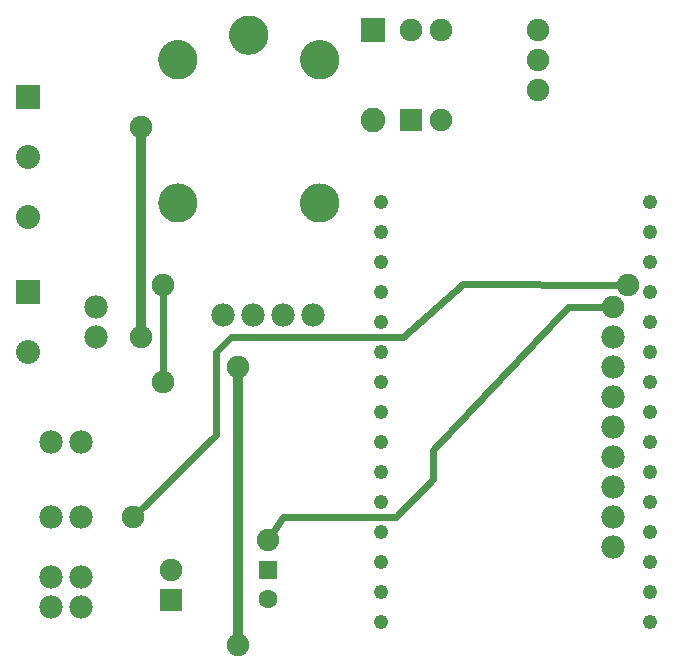
<source format=gtl>
G04 MADE WITH FRITZING*
G04 WWW.FRITZING.ORG*
G04 DOUBLE SIDED*
G04 HOLES PLATED*
G04 CONTOUR ON CENTER OF CONTOUR VECTOR*
%ASAXBY*%
%FSLAX23Y23*%
%MOIN*%
%OFA0B0*%
%SFA1.0B1.0*%
%ADD10C,0.047859*%
%ADD11C,0.080000*%
%ADD12C,0.078000*%
%ADD13C,0.129921*%
%ADD14C,0.082000*%
%ADD15C,0.075000*%
%ADD16C,0.062992*%
%ADD17C,0.075433*%
%ADD18R,0.079986X0.080000*%
%ADD19R,0.082000X0.082000*%
%ADD20R,0.080000X0.080000*%
%ADD21R,0.075000X0.075000*%
%ADD22R,0.062992X0.062992*%
%ADD23C,0.024000*%
%ADD24C,0.032000*%
%ADD25R,0.001000X0.001000*%
%LNCOPPER1*%
G90*
G70*
G54D10*
X2178Y1498D03*
X1281Y1698D03*
X1281Y1598D03*
X1281Y1498D03*
X1281Y1398D03*
X1281Y1298D03*
X2178Y1598D03*
X2178Y1698D03*
X2178Y1398D03*
X1281Y1198D03*
X1281Y1098D03*
X1281Y999D03*
X1281Y899D03*
X1281Y799D03*
X1281Y699D03*
X1281Y599D03*
X1281Y499D03*
X1281Y400D03*
X1281Y300D03*
X2178Y999D03*
X2178Y899D03*
X2178Y799D03*
X2178Y699D03*
X2178Y599D03*
X2178Y499D03*
X2178Y400D03*
X2178Y300D03*
X2178Y1298D03*
X2178Y1198D03*
X2178Y1098D03*
G54D11*
X106Y1399D03*
X106Y1199D03*
G54D12*
X331Y1249D03*
X331Y1349D03*
G54D13*
X842Y2255D03*
X606Y2174D03*
X606Y1696D03*
X1078Y2174D03*
X1078Y1696D03*
G54D14*
X1256Y2272D03*
X1256Y1974D03*
G54D11*
X106Y1849D03*
X106Y1649D03*
X106Y2049D03*
G54D15*
X1381Y1974D03*
X1381Y2274D03*
X1481Y1974D03*
X1481Y2274D03*
G54D12*
X1056Y1324D03*
X956Y1324D03*
X856Y1324D03*
X756Y1324D03*
G54D15*
X581Y374D03*
X581Y474D03*
G54D12*
X181Y349D03*
X281Y349D03*
X181Y349D03*
X281Y349D03*
X281Y449D03*
X181Y449D03*
X281Y899D03*
X281Y899D03*
X181Y899D03*
X281Y649D03*
X181Y649D03*
X2056Y1249D03*
X2056Y1149D03*
X2056Y1049D03*
X2056Y949D03*
X2056Y849D03*
X2056Y749D03*
X2056Y649D03*
X2056Y549D03*
G54D16*
X906Y474D03*
X906Y376D03*
G54D17*
X806Y224D03*
X806Y1149D03*
X456Y649D03*
X2106Y1424D03*
X906Y574D03*
X2056Y1349D03*
X556Y1099D03*
X481Y1249D03*
X481Y1949D03*
X556Y1424D03*
G54D15*
X1806Y2274D03*
X1806Y2174D03*
X1806Y2074D03*
G54D18*
X106Y1399D03*
G54D19*
X1256Y2273D03*
G54D20*
X106Y2049D03*
G54D21*
X1381Y1974D03*
X581Y374D03*
G54D22*
X906Y474D03*
G54D23*
X1456Y874D02*
X1906Y1349D01*
D02*
X1456Y775D02*
X1456Y874D01*
D02*
X781Y1250D02*
X1355Y1249D01*
D02*
X1355Y1249D02*
X1557Y1425D01*
D02*
X1557Y1425D02*
X2077Y1424D01*
D02*
X731Y1200D02*
X781Y1250D01*
D02*
X731Y924D02*
X731Y1200D01*
D02*
X476Y670D02*
X731Y924D01*
D02*
X955Y650D02*
X1331Y649D01*
D02*
X922Y598D02*
X955Y650D01*
D02*
X1331Y649D02*
X1456Y775D01*
D02*
X1906Y1349D02*
X2027Y1349D01*
G54D24*
D02*
X806Y259D02*
X806Y1115D01*
G54D23*
D02*
X556Y1395D02*
X556Y1128D01*
G54D24*
D02*
X481Y1284D02*
X481Y1915D01*
G54D25*
X839Y2320D02*
X844Y2320D01*
X831Y2319D02*
X852Y2319D01*
X826Y2318D02*
X857Y2318D01*
X822Y2317D02*
X861Y2317D01*
X819Y2316D02*
X864Y2316D01*
X817Y2315D02*
X866Y2315D01*
X815Y2314D02*
X868Y2314D01*
X813Y2313D02*
X870Y2313D01*
X811Y2312D02*
X872Y2312D01*
X809Y2311D02*
X874Y2311D01*
X807Y2310D02*
X876Y2310D01*
X806Y2309D02*
X877Y2309D01*
X804Y2308D02*
X879Y2308D01*
X803Y2307D02*
X880Y2307D01*
X802Y2306D02*
X881Y2306D01*
X800Y2305D02*
X883Y2305D01*
X799Y2304D02*
X884Y2304D01*
X798Y2303D02*
X885Y2303D01*
X797Y2302D02*
X886Y2302D01*
X796Y2301D02*
X887Y2301D01*
X795Y2300D02*
X888Y2300D01*
X794Y2299D02*
X889Y2299D01*
X793Y2298D02*
X890Y2298D01*
X792Y2297D02*
X891Y2297D01*
X792Y2296D02*
X891Y2296D01*
X791Y2295D02*
X892Y2295D01*
X790Y2294D02*
X893Y2294D01*
X789Y2293D02*
X894Y2293D01*
X789Y2292D02*
X894Y2292D01*
X788Y2291D02*
X895Y2291D01*
X787Y2290D02*
X896Y2290D01*
X787Y2289D02*
X896Y2289D01*
X786Y2288D02*
X897Y2288D01*
X785Y2287D02*
X898Y2287D01*
X785Y2286D02*
X898Y2286D01*
X784Y2285D02*
X899Y2285D01*
X784Y2284D02*
X899Y2284D01*
X783Y2283D02*
X900Y2283D01*
X783Y2282D02*
X900Y2282D01*
X782Y2281D02*
X901Y2281D01*
X782Y2280D02*
X834Y2280D01*
X849Y2280D02*
X901Y2280D01*
X782Y2279D02*
X832Y2279D01*
X852Y2279D02*
X901Y2279D01*
X781Y2278D02*
X829Y2278D01*
X854Y2278D02*
X902Y2278D01*
X781Y2277D02*
X828Y2277D01*
X855Y2277D02*
X902Y2277D01*
X781Y2276D02*
X826Y2276D01*
X857Y2276D02*
X902Y2276D01*
X780Y2275D02*
X825Y2275D01*
X858Y2275D02*
X903Y2275D01*
X780Y2274D02*
X824Y2274D01*
X859Y2274D02*
X903Y2274D01*
X780Y2273D02*
X823Y2273D01*
X860Y2273D02*
X903Y2273D01*
X779Y2272D02*
X822Y2272D01*
X861Y2272D02*
X904Y2272D01*
X779Y2271D02*
X821Y2271D01*
X862Y2271D02*
X904Y2271D01*
X779Y2270D02*
X820Y2270D01*
X863Y2270D02*
X904Y2270D01*
X779Y2269D02*
X819Y2269D01*
X864Y2269D02*
X904Y2269D01*
X778Y2268D02*
X819Y2268D01*
X864Y2268D02*
X905Y2268D01*
X778Y2267D02*
X818Y2267D01*
X865Y2267D02*
X905Y2267D01*
X778Y2266D02*
X818Y2266D01*
X865Y2266D02*
X905Y2266D01*
X778Y2265D02*
X817Y2265D01*
X866Y2265D02*
X905Y2265D01*
X778Y2264D02*
X817Y2264D01*
X866Y2264D02*
X905Y2264D01*
X778Y2263D02*
X817Y2263D01*
X866Y2263D02*
X905Y2263D01*
X777Y2262D02*
X816Y2262D01*
X867Y2262D02*
X906Y2262D01*
X777Y2261D02*
X816Y2261D01*
X867Y2261D02*
X906Y2261D01*
X777Y2260D02*
X816Y2260D01*
X867Y2260D02*
X906Y2260D01*
X777Y2259D02*
X816Y2259D01*
X867Y2259D02*
X906Y2259D01*
X777Y2258D02*
X816Y2258D01*
X868Y2258D02*
X906Y2258D01*
X777Y2257D02*
X815Y2257D01*
X868Y2257D02*
X906Y2257D01*
X777Y2256D02*
X815Y2256D01*
X868Y2256D02*
X906Y2256D01*
X777Y2255D02*
X815Y2255D01*
X868Y2255D02*
X906Y2255D01*
X777Y2254D02*
X815Y2254D01*
X868Y2254D02*
X906Y2254D01*
X777Y2253D02*
X815Y2253D01*
X868Y2253D02*
X906Y2253D01*
X777Y2252D02*
X816Y2252D01*
X867Y2252D02*
X906Y2252D01*
X777Y2251D02*
X816Y2251D01*
X867Y2251D02*
X906Y2251D01*
X777Y2250D02*
X816Y2250D01*
X867Y2250D02*
X906Y2250D01*
X777Y2249D02*
X816Y2249D01*
X867Y2249D02*
X906Y2249D01*
X778Y2248D02*
X816Y2248D01*
X867Y2248D02*
X905Y2248D01*
X778Y2247D02*
X817Y2247D01*
X866Y2247D02*
X905Y2247D01*
X778Y2246D02*
X817Y2246D01*
X866Y2246D02*
X905Y2246D01*
X778Y2245D02*
X818Y2245D01*
X865Y2245D02*
X905Y2245D01*
X778Y2244D02*
X818Y2244D01*
X865Y2244D02*
X905Y2244D01*
X778Y2243D02*
X819Y2243D01*
X864Y2243D02*
X905Y2243D01*
X779Y2242D02*
X819Y2242D01*
X864Y2242D02*
X904Y2242D01*
X779Y2241D02*
X820Y2241D01*
X863Y2241D02*
X904Y2241D01*
X779Y2240D02*
X820Y2240D01*
X863Y2240D02*
X904Y2240D01*
X599Y2239D02*
X612Y2239D01*
X779Y2239D02*
X821Y2239D01*
X862Y2239D02*
X904Y2239D01*
X1071Y2239D02*
X1084Y2239D01*
X593Y2238D02*
X618Y2238D01*
X780Y2238D02*
X822Y2238D01*
X861Y2238D02*
X903Y2238D01*
X1065Y2238D02*
X1090Y2238D01*
X589Y2237D02*
X622Y2237D01*
X780Y2237D02*
X823Y2237D01*
X860Y2237D02*
X903Y2237D01*
X1061Y2237D02*
X1094Y2237D01*
X585Y2236D02*
X626Y2236D01*
X780Y2236D02*
X824Y2236D01*
X859Y2236D02*
X903Y2236D01*
X1058Y2236D02*
X1098Y2236D01*
X582Y2235D02*
X628Y2235D01*
X780Y2235D02*
X825Y2235D01*
X858Y2235D02*
X903Y2235D01*
X1055Y2235D02*
X1101Y2235D01*
X580Y2234D02*
X631Y2234D01*
X781Y2234D02*
X827Y2234D01*
X856Y2234D02*
X902Y2234D01*
X1052Y2234D02*
X1103Y2234D01*
X578Y2233D02*
X633Y2233D01*
X781Y2233D02*
X828Y2233D01*
X855Y2233D02*
X902Y2233D01*
X1050Y2233D02*
X1105Y2233D01*
X576Y2232D02*
X635Y2232D01*
X781Y2232D02*
X830Y2232D01*
X853Y2232D02*
X902Y2232D01*
X1048Y2232D02*
X1107Y2232D01*
X574Y2231D02*
X637Y2231D01*
X782Y2231D02*
X833Y2231D01*
X850Y2231D02*
X901Y2231D01*
X1046Y2231D02*
X1109Y2231D01*
X572Y2230D02*
X638Y2230D01*
X782Y2230D02*
X836Y2230D01*
X847Y2230D02*
X901Y2230D01*
X1045Y2230D02*
X1111Y2230D01*
X571Y2229D02*
X640Y2229D01*
X783Y2229D02*
X900Y2229D01*
X1043Y2229D02*
X1112Y2229D01*
X569Y2228D02*
X642Y2228D01*
X783Y2228D02*
X900Y2228D01*
X1042Y2228D02*
X1114Y2228D01*
X568Y2227D02*
X643Y2227D01*
X784Y2227D02*
X899Y2227D01*
X1040Y2227D02*
X1115Y2227D01*
X566Y2226D02*
X644Y2226D01*
X784Y2226D02*
X899Y2226D01*
X1039Y2226D02*
X1117Y2226D01*
X565Y2225D02*
X646Y2225D01*
X785Y2225D02*
X898Y2225D01*
X1037Y2225D02*
X1118Y2225D01*
X564Y2224D02*
X647Y2224D01*
X785Y2224D02*
X898Y2224D01*
X1036Y2224D02*
X1119Y2224D01*
X563Y2223D02*
X648Y2223D01*
X786Y2223D02*
X897Y2223D01*
X1035Y2223D02*
X1120Y2223D01*
X562Y2222D02*
X649Y2222D01*
X786Y2222D02*
X897Y2222D01*
X1034Y2222D02*
X1121Y2222D01*
X561Y2221D02*
X650Y2221D01*
X787Y2221D02*
X896Y2221D01*
X1033Y2221D02*
X1123Y2221D01*
X560Y2220D02*
X651Y2220D01*
X788Y2220D02*
X895Y2220D01*
X1032Y2220D02*
X1124Y2220D01*
X559Y2219D02*
X652Y2219D01*
X788Y2219D02*
X895Y2219D01*
X1031Y2219D02*
X1124Y2219D01*
X558Y2218D02*
X653Y2218D01*
X789Y2218D02*
X894Y2218D01*
X1030Y2218D02*
X1125Y2218D01*
X557Y2217D02*
X654Y2217D01*
X790Y2217D02*
X893Y2217D01*
X1029Y2217D02*
X1126Y2217D01*
X556Y2216D02*
X655Y2216D01*
X790Y2216D02*
X893Y2216D01*
X1028Y2216D02*
X1127Y2216D01*
X555Y2215D02*
X655Y2215D01*
X791Y2215D02*
X892Y2215D01*
X1028Y2215D02*
X1128Y2215D01*
X554Y2214D02*
X656Y2214D01*
X792Y2214D02*
X891Y2214D01*
X1027Y2214D02*
X1129Y2214D01*
X554Y2213D02*
X657Y2213D01*
X793Y2213D02*
X890Y2213D01*
X1026Y2213D02*
X1129Y2213D01*
X553Y2212D02*
X658Y2212D01*
X794Y2212D02*
X889Y2212D01*
X1025Y2212D02*
X1130Y2212D01*
X552Y2211D02*
X658Y2211D01*
X795Y2211D02*
X888Y2211D01*
X1025Y2211D02*
X1131Y2211D01*
X552Y2210D02*
X659Y2210D01*
X795Y2210D02*
X888Y2210D01*
X1024Y2210D02*
X1131Y2210D01*
X551Y2209D02*
X660Y2209D01*
X796Y2209D02*
X887Y2209D01*
X1023Y2209D02*
X1132Y2209D01*
X550Y2208D02*
X660Y2208D01*
X798Y2208D02*
X885Y2208D01*
X1023Y2208D02*
X1133Y2208D01*
X550Y2207D02*
X661Y2207D01*
X799Y2207D02*
X884Y2207D01*
X1022Y2207D02*
X1133Y2207D01*
X549Y2206D02*
X662Y2206D01*
X800Y2206D02*
X883Y2206D01*
X1021Y2206D02*
X1134Y2206D01*
X549Y2205D02*
X662Y2205D01*
X801Y2205D02*
X882Y2205D01*
X1021Y2205D02*
X1134Y2205D01*
X548Y2204D02*
X663Y2204D01*
X802Y2204D02*
X881Y2204D01*
X1020Y2204D02*
X1135Y2204D01*
X548Y2203D02*
X663Y2203D01*
X804Y2203D02*
X879Y2203D01*
X1020Y2203D02*
X1135Y2203D01*
X547Y2202D02*
X664Y2202D01*
X805Y2202D02*
X878Y2202D01*
X1019Y2202D02*
X1136Y2202D01*
X547Y2201D02*
X664Y2201D01*
X806Y2201D02*
X877Y2201D01*
X1019Y2201D02*
X1136Y2201D01*
X546Y2200D02*
X602Y2200D01*
X609Y2200D02*
X665Y2200D01*
X808Y2200D02*
X875Y2200D01*
X1018Y2200D02*
X1074Y2200D01*
X1081Y2200D02*
X1137Y2200D01*
X546Y2199D02*
X597Y2199D01*
X613Y2199D02*
X665Y2199D01*
X810Y2199D02*
X873Y2199D01*
X1018Y2199D02*
X1070Y2199D01*
X1086Y2199D02*
X1137Y2199D01*
X545Y2198D02*
X595Y2198D01*
X616Y2198D02*
X665Y2198D01*
X811Y2198D02*
X872Y2198D01*
X1018Y2198D02*
X1067Y2198D01*
X1088Y2198D02*
X1138Y2198D01*
X545Y2197D02*
X593Y2197D01*
X618Y2197D02*
X666Y2197D01*
X813Y2197D02*
X870Y2197D01*
X1017Y2197D02*
X1065Y2197D01*
X1090Y2197D02*
X1138Y2197D01*
X545Y2196D02*
X591Y2196D01*
X620Y2196D02*
X666Y2196D01*
X815Y2196D02*
X868Y2196D01*
X1017Y2196D02*
X1063Y2196D01*
X1092Y2196D02*
X1138Y2196D01*
X544Y2195D02*
X590Y2195D01*
X621Y2195D02*
X666Y2195D01*
X818Y2195D02*
X865Y2195D01*
X1017Y2195D02*
X1062Y2195D01*
X1094Y2195D02*
X1139Y2195D01*
X544Y2194D02*
X588Y2194D01*
X622Y2194D02*
X667Y2194D01*
X821Y2194D02*
X862Y2194D01*
X1016Y2194D02*
X1061Y2194D01*
X1095Y2194D02*
X1139Y2194D01*
X544Y2193D02*
X587Y2193D01*
X623Y2193D02*
X667Y2193D01*
X824Y2193D02*
X859Y2193D01*
X1016Y2193D02*
X1060Y2193D01*
X1096Y2193D02*
X1139Y2193D01*
X543Y2192D02*
X586Y2192D01*
X624Y2192D02*
X667Y2192D01*
X828Y2192D02*
X855Y2192D01*
X1016Y2192D02*
X1059Y2192D01*
X1097Y2192D02*
X1140Y2192D01*
X543Y2191D02*
X585Y2191D01*
X625Y2191D02*
X668Y2191D01*
X833Y2191D02*
X850Y2191D01*
X1016Y2191D02*
X1058Y2191D01*
X1098Y2191D02*
X1140Y2191D01*
X543Y2190D02*
X584Y2190D01*
X626Y2190D02*
X668Y2190D01*
X1015Y2190D02*
X1057Y2190D01*
X1099Y2190D02*
X1140Y2190D01*
X543Y2189D02*
X584Y2189D01*
X627Y2189D02*
X668Y2189D01*
X1015Y2189D02*
X1056Y2189D01*
X1099Y2189D02*
X1140Y2189D01*
X542Y2188D02*
X583Y2188D01*
X628Y2188D02*
X668Y2188D01*
X1015Y2188D02*
X1055Y2188D01*
X1100Y2188D02*
X1141Y2188D01*
X542Y2187D02*
X583Y2187D01*
X628Y2187D02*
X668Y2187D01*
X1015Y2187D02*
X1055Y2187D01*
X1100Y2187D02*
X1141Y2187D01*
X542Y2186D02*
X582Y2186D01*
X629Y2186D02*
X669Y2186D01*
X1014Y2186D02*
X1054Y2186D01*
X1101Y2186D02*
X1141Y2186D01*
X542Y2185D02*
X582Y2185D01*
X629Y2185D02*
X669Y2185D01*
X1014Y2185D02*
X1054Y2185D01*
X1102Y2185D02*
X1141Y2185D01*
X542Y2184D02*
X581Y2184D01*
X630Y2184D02*
X669Y2184D01*
X1014Y2184D02*
X1053Y2184D01*
X1102Y2184D02*
X1141Y2184D01*
X542Y2183D02*
X581Y2183D01*
X630Y2183D02*
X669Y2183D01*
X1014Y2183D02*
X1053Y2183D01*
X1102Y2183D02*
X1141Y2183D01*
X541Y2182D02*
X580Y2182D01*
X630Y2182D02*
X669Y2182D01*
X1014Y2182D02*
X1053Y2182D01*
X1103Y2182D02*
X1142Y2182D01*
X541Y2181D02*
X580Y2181D01*
X631Y2181D02*
X669Y2181D01*
X1014Y2181D02*
X1052Y2181D01*
X1103Y2181D02*
X1142Y2181D01*
X541Y2180D02*
X580Y2180D01*
X631Y2180D02*
X669Y2180D01*
X1014Y2180D02*
X1052Y2180D01*
X1103Y2180D02*
X1142Y2180D01*
X541Y2179D02*
X580Y2179D01*
X631Y2179D02*
X670Y2179D01*
X1014Y2179D02*
X1052Y2179D01*
X1103Y2179D02*
X1142Y2179D01*
X541Y2178D02*
X579Y2178D01*
X631Y2178D02*
X670Y2178D01*
X1013Y2178D02*
X1052Y2178D01*
X1104Y2178D02*
X1142Y2178D01*
X541Y2177D02*
X579Y2177D01*
X631Y2177D02*
X670Y2177D01*
X1013Y2177D02*
X1052Y2177D01*
X1104Y2177D02*
X1142Y2177D01*
X541Y2176D02*
X579Y2176D01*
X631Y2176D02*
X670Y2176D01*
X1013Y2176D02*
X1052Y2176D01*
X1104Y2176D02*
X1142Y2176D01*
X541Y2175D02*
X579Y2175D01*
X631Y2175D02*
X670Y2175D01*
X1013Y2175D02*
X1052Y2175D01*
X1104Y2175D02*
X1142Y2175D01*
X541Y2174D02*
X579Y2174D01*
X631Y2174D02*
X670Y2174D01*
X1013Y2174D02*
X1052Y2174D01*
X1104Y2174D02*
X1142Y2174D01*
X541Y2173D02*
X579Y2173D01*
X631Y2173D02*
X670Y2173D01*
X1013Y2173D02*
X1052Y2173D01*
X1104Y2173D02*
X1142Y2173D01*
X541Y2172D02*
X579Y2172D01*
X631Y2172D02*
X670Y2172D01*
X1013Y2172D02*
X1052Y2172D01*
X1104Y2172D02*
X1142Y2172D01*
X541Y2171D02*
X579Y2171D01*
X631Y2171D02*
X670Y2171D01*
X1013Y2171D02*
X1052Y2171D01*
X1104Y2171D02*
X1142Y2171D01*
X541Y2170D02*
X580Y2170D01*
X631Y2170D02*
X670Y2170D01*
X1014Y2170D02*
X1052Y2170D01*
X1103Y2170D02*
X1142Y2170D01*
X541Y2169D02*
X580Y2169D01*
X631Y2169D02*
X669Y2169D01*
X1014Y2169D02*
X1052Y2169D01*
X1103Y2169D02*
X1142Y2169D01*
X541Y2168D02*
X580Y2168D01*
X631Y2168D02*
X669Y2168D01*
X1014Y2168D02*
X1052Y2168D01*
X1103Y2168D02*
X1142Y2168D01*
X541Y2167D02*
X580Y2167D01*
X630Y2167D02*
X669Y2167D01*
X1014Y2167D02*
X1053Y2167D01*
X1103Y2167D02*
X1142Y2167D01*
X542Y2166D02*
X581Y2166D01*
X630Y2166D02*
X669Y2166D01*
X1014Y2166D02*
X1053Y2166D01*
X1102Y2166D02*
X1141Y2166D01*
X542Y2165D02*
X581Y2165D01*
X630Y2165D02*
X669Y2165D01*
X1014Y2165D02*
X1053Y2165D01*
X1102Y2165D02*
X1141Y2165D01*
X542Y2164D02*
X582Y2164D01*
X629Y2164D02*
X669Y2164D01*
X1014Y2164D02*
X1054Y2164D01*
X1101Y2164D02*
X1141Y2164D01*
X542Y2163D02*
X582Y2163D01*
X629Y2163D02*
X669Y2163D01*
X1014Y2163D02*
X1054Y2163D01*
X1101Y2163D02*
X1141Y2163D01*
X542Y2162D02*
X583Y2162D01*
X628Y2162D02*
X668Y2162D01*
X1015Y2162D02*
X1055Y2162D01*
X1100Y2162D02*
X1141Y2162D01*
X542Y2161D02*
X583Y2161D01*
X628Y2161D02*
X668Y2161D01*
X1015Y2161D02*
X1055Y2161D01*
X1100Y2161D02*
X1141Y2161D01*
X543Y2160D02*
X584Y2160D01*
X627Y2160D02*
X668Y2160D01*
X1015Y2160D02*
X1056Y2160D01*
X1099Y2160D02*
X1140Y2160D01*
X543Y2159D02*
X585Y2159D01*
X626Y2159D02*
X668Y2159D01*
X1015Y2159D02*
X1057Y2159D01*
X1099Y2159D02*
X1140Y2159D01*
X543Y2158D02*
X585Y2158D01*
X625Y2158D02*
X667Y2158D01*
X1016Y2158D02*
X1058Y2158D01*
X1098Y2158D02*
X1140Y2158D01*
X543Y2157D02*
X586Y2157D01*
X624Y2157D02*
X667Y2157D01*
X1016Y2157D02*
X1059Y2157D01*
X1097Y2157D02*
X1140Y2157D01*
X544Y2156D02*
X587Y2156D01*
X623Y2156D02*
X667Y2156D01*
X1016Y2156D02*
X1060Y2156D01*
X1096Y2156D02*
X1139Y2156D01*
X544Y2155D02*
X588Y2155D01*
X622Y2155D02*
X667Y2155D01*
X1016Y2155D02*
X1061Y2155D01*
X1095Y2155D02*
X1139Y2155D01*
X544Y2154D02*
X590Y2154D01*
X621Y2154D02*
X666Y2154D01*
X1017Y2154D02*
X1062Y2154D01*
X1093Y2154D02*
X1139Y2154D01*
X545Y2153D02*
X591Y2153D01*
X620Y2153D02*
X666Y2153D01*
X1017Y2153D02*
X1063Y2153D01*
X1092Y2153D02*
X1138Y2153D01*
X545Y2152D02*
X593Y2152D01*
X618Y2152D02*
X666Y2152D01*
X1017Y2152D02*
X1065Y2152D01*
X1090Y2152D02*
X1138Y2152D01*
X545Y2151D02*
X595Y2151D01*
X616Y2151D02*
X665Y2151D01*
X1018Y2151D02*
X1067Y2151D01*
X1088Y2151D02*
X1138Y2151D01*
X546Y2150D02*
X597Y2150D01*
X613Y2150D02*
X665Y2150D01*
X1018Y2150D02*
X1070Y2150D01*
X1086Y2150D02*
X1137Y2150D01*
X546Y2149D02*
X603Y2149D01*
X608Y2149D02*
X665Y2149D01*
X1018Y2149D02*
X1075Y2149D01*
X1080Y2149D02*
X1137Y2149D01*
X547Y2148D02*
X664Y2148D01*
X1019Y2148D02*
X1136Y2148D01*
X547Y2147D02*
X664Y2147D01*
X1019Y2147D02*
X1136Y2147D01*
X548Y2146D02*
X663Y2146D01*
X1020Y2146D02*
X1135Y2146D01*
X548Y2145D02*
X663Y2145D01*
X1020Y2145D02*
X1135Y2145D01*
X549Y2144D02*
X662Y2144D01*
X1021Y2144D02*
X1134Y2144D01*
X549Y2143D02*
X662Y2143D01*
X1022Y2143D02*
X1134Y2143D01*
X550Y2142D02*
X661Y2142D01*
X1022Y2142D02*
X1133Y2142D01*
X550Y2141D02*
X660Y2141D01*
X1023Y2141D02*
X1133Y2141D01*
X551Y2140D02*
X660Y2140D01*
X1023Y2140D02*
X1132Y2140D01*
X552Y2139D02*
X659Y2139D01*
X1024Y2139D02*
X1131Y2139D01*
X552Y2138D02*
X658Y2138D01*
X1025Y2138D02*
X1131Y2138D01*
X553Y2137D02*
X658Y2137D01*
X1025Y2137D02*
X1130Y2137D01*
X554Y2136D02*
X657Y2136D01*
X1026Y2136D02*
X1129Y2136D01*
X554Y2135D02*
X656Y2135D01*
X1027Y2135D02*
X1129Y2135D01*
X555Y2134D02*
X655Y2134D01*
X1028Y2134D02*
X1128Y2134D01*
X556Y2133D02*
X655Y2133D01*
X1028Y2133D02*
X1127Y2133D01*
X557Y2132D02*
X654Y2132D01*
X1029Y2132D02*
X1126Y2132D01*
X558Y2131D02*
X653Y2131D01*
X1030Y2131D02*
X1125Y2131D01*
X559Y2130D02*
X652Y2130D01*
X1031Y2130D02*
X1124Y2130D01*
X560Y2129D02*
X651Y2129D01*
X1032Y2129D02*
X1123Y2129D01*
X561Y2128D02*
X650Y2128D01*
X1033Y2128D02*
X1122Y2128D01*
X562Y2127D02*
X649Y2127D01*
X1034Y2127D02*
X1121Y2127D01*
X563Y2126D02*
X648Y2126D01*
X1035Y2126D02*
X1120Y2126D01*
X564Y2125D02*
X647Y2125D01*
X1036Y2125D02*
X1119Y2125D01*
X565Y2124D02*
X645Y2124D01*
X1038Y2124D02*
X1118Y2124D01*
X567Y2123D02*
X644Y2123D01*
X1039Y2123D02*
X1117Y2123D01*
X568Y2122D02*
X643Y2122D01*
X1040Y2122D02*
X1115Y2122D01*
X569Y2121D02*
X641Y2121D01*
X1042Y2121D02*
X1114Y2121D01*
X571Y2120D02*
X640Y2120D01*
X1043Y2120D02*
X1112Y2120D01*
X572Y2119D02*
X638Y2119D01*
X1045Y2119D02*
X1111Y2119D01*
X574Y2118D02*
X637Y2118D01*
X1046Y2118D02*
X1109Y2118D01*
X576Y2117D02*
X635Y2117D01*
X1048Y2117D02*
X1107Y2117D01*
X578Y2116D02*
X633Y2116D01*
X1050Y2116D02*
X1105Y2116D01*
X580Y2115D02*
X631Y2115D01*
X1052Y2115D02*
X1103Y2115D01*
X582Y2114D02*
X628Y2114D01*
X1055Y2114D02*
X1101Y2114D01*
X585Y2113D02*
X625Y2113D01*
X1058Y2113D02*
X1098Y2113D01*
X589Y2112D02*
X622Y2112D01*
X1061Y2112D02*
X1094Y2112D01*
X593Y2111D02*
X618Y2111D01*
X1065Y2111D02*
X1090Y2111D01*
X599Y2110D02*
X612Y2110D01*
X1071Y2110D02*
X1084Y2110D01*
X603Y1761D02*
X608Y1761D01*
X1075Y1761D02*
X1080Y1761D01*
X594Y1760D02*
X616Y1760D01*
X1067Y1760D02*
X1089Y1760D01*
X590Y1759D02*
X621Y1759D01*
X1062Y1759D02*
X1093Y1759D01*
X586Y1758D02*
X625Y1758D01*
X1058Y1758D02*
X1097Y1758D01*
X583Y1757D02*
X627Y1757D01*
X1056Y1757D02*
X1100Y1757D01*
X580Y1756D02*
X630Y1756D01*
X1053Y1756D02*
X1103Y1756D01*
X578Y1755D02*
X632Y1755D01*
X1051Y1755D02*
X1105Y1755D01*
X576Y1754D02*
X634Y1754D01*
X1049Y1754D02*
X1107Y1754D01*
X574Y1753D02*
X636Y1753D01*
X1047Y1753D02*
X1109Y1753D01*
X573Y1752D02*
X638Y1752D01*
X1045Y1752D02*
X1110Y1752D01*
X571Y1751D02*
X639Y1751D01*
X1044Y1751D02*
X1112Y1751D01*
X570Y1750D02*
X641Y1750D01*
X1042Y1750D02*
X1113Y1750D01*
X568Y1749D02*
X642Y1749D01*
X1041Y1749D02*
X1115Y1749D01*
X567Y1748D02*
X644Y1748D01*
X1039Y1748D02*
X1116Y1748D01*
X566Y1747D02*
X645Y1747D01*
X1038Y1747D02*
X1118Y1747D01*
X564Y1746D02*
X646Y1746D01*
X1037Y1746D02*
X1119Y1746D01*
X563Y1745D02*
X648Y1745D01*
X1035Y1745D02*
X1120Y1745D01*
X562Y1744D02*
X649Y1744D01*
X1034Y1744D02*
X1121Y1744D01*
X561Y1743D02*
X650Y1743D01*
X1033Y1743D02*
X1122Y1743D01*
X560Y1742D02*
X651Y1742D01*
X1032Y1742D02*
X1123Y1742D01*
X559Y1741D02*
X652Y1741D01*
X1031Y1741D02*
X1124Y1741D01*
X558Y1740D02*
X653Y1740D01*
X1030Y1740D02*
X1125Y1740D01*
X557Y1739D02*
X654Y1739D01*
X1029Y1739D02*
X1126Y1739D01*
X556Y1738D02*
X654Y1738D01*
X1029Y1738D02*
X1127Y1738D01*
X555Y1737D02*
X655Y1737D01*
X1028Y1737D02*
X1128Y1737D01*
X555Y1736D02*
X656Y1736D01*
X1027Y1736D02*
X1128Y1736D01*
X554Y1735D02*
X657Y1735D01*
X1026Y1735D02*
X1129Y1735D01*
X553Y1734D02*
X657Y1734D01*
X1026Y1734D02*
X1130Y1734D01*
X552Y1733D02*
X658Y1733D01*
X1025Y1733D02*
X1131Y1733D01*
X552Y1732D02*
X659Y1732D01*
X1024Y1732D02*
X1131Y1732D01*
X551Y1731D02*
X660Y1731D01*
X1024Y1731D02*
X1132Y1731D01*
X551Y1730D02*
X660Y1730D01*
X1023Y1730D02*
X1132Y1730D01*
X550Y1729D02*
X661Y1729D01*
X1022Y1729D02*
X1133Y1729D01*
X549Y1728D02*
X661Y1728D01*
X1022Y1728D02*
X1134Y1728D01*
X549Y1727D02*
X662Y1727D01*
X1021Y1727D02*
X1134Y1727D01*
X548Y1726D02*
X662Y1726D01*
X1021Y1726D02*
X1135Y1726D01*
X548Y1725D02*
X663Y1725D01*
X1020Y1725D02*
X1135Y1725D01*
X547Y1724D02*
X663Y1724D01*
X1020Y1724D02*
X1136Y1724D01*
X547Y1723D02*
X664Y1723D01*
X1019Y1723D02*
X1136Y1723D01*
X546Y1722D02*
X664Y1722D01*
X1019Y1722D02*
X1137Y1722D01*
X546Y1721D02*
X598Y1721D01*
X612Y1721D02*
X665Y1721D01*
X1018Y1721D02*
X1071Y1721D01*
X1085Y1721D02*
X1137Y1721D01*
X545Y1720D02*
X595Y1720D01*
X615Y1720D02*
X665Y1720D01*
X1018Y1720D02*
X1068Y1720D01*
X1088Y1720D02*
X1138Y1720D01*
X545Y1719D02*
X593Y1719D01*
X617Y1719D02*
X666Y1719D01*
X1017Y1719D02*
X1066Y1719D01*
X1090Y1719D02*
X1138Y1719D01*
X545Y1718D02*
X591Y1718D01*
X619Y1718D02*
X666Y1718D01*
X1017Y1718D02*
X1064Y1718D01*
X1092Y1718D02*
X1138Y1718D01*
X544Y1717D02*
X590Y1717D01*
X621Y1717D02*
X666Y1717D01*
X1017Y1717D02*
X1062Y1717D01*
X1093Y1717D02*
X1139Y1717D01*
X544Y1716D02*
X589Y1716D01*
X622Y1716D02*
X667Y1716D01*
X1016Y1716D02*
X1061Y1716D01*
X1094Y1716D02*
X1139Y1716D01*
X544Y1715D02*
X588Y1715D01*
X623Y1715D02*
X667Y1715D01*
X1016Y1715D02*
X1060Y1715D01*
X1096Y1715D02*
X1139Y1715D01*
X543Y1714D02*
X586Y1714D01*
X624Y1714D02*
X667Y1714D01*
X1016Y1714D02*
X1059Y1714D01*
X1097Y1714D02*
X1140Y1714D01*
X543Y1713D02*
X586Y1713D01*
X625Y1713D02*
X667Y1713D01*
X1016Y1713D02*
X1058Y1713D01*
X1097Y1713D02*
X1140Y1713D01*
X543Y1712D02*
X585Y1712D01*
X626Y1712D02*
X668Y1712D01*
X1015Y1712D02*
X1057Y1712D01*
X1098Y1712D02*
X1140Y1712D01*
X543Y1711D02*
X584Y1711D01*
X627Y1711D02*
X668Y1711D01*
X1015Y1711D02*
X1056Y1711D01*
X1099Y1711D02*
X1140Y1711D01*
X542Y1710D02*
X583Y1710D01*
X627Y1710D02*
X668Y1710D01*
X1015Y1710D02*
X1056Y1710D01*
X1100Y1710D02*
X1141Y1710D01*
X542Y1709D02*
X583Y1709D01*
X628Y1709D02*
X668Y1709D01*
X1015Y1709D02*
X1055Y1709D01*
X1100Y1709D02*
X1141Y1709D01*
X542Y1708D02*
X582Y1708D01*
X628Y1708D02*
X669Y1708D01*
X1014Y1708D02*
X1055Y1708D01*
X1101Y1708D02*
X1141Y1708D01*
X542Y1707D02*
X582Y1707D01*
X629Y1707D02*
X669Y1707D01*
X1014Y1707D02*
X1054Y1707D01*
X1101Y1707D02*
X1141Y1707D01*
X542Y1706D02*
X581Y1706D01*
X629Y1706D02*
X669Y1706D01*
X1014Y1706D02*
X1054Y1706D01*
X1102Y1706D02*
X1141Y1706D01*
X542Y1705D02*
X581Y1705D01*
X630Y1705D02*
X669Y1705D01*
X1014Y1705D02*
X1053Y1705D01*
X1102Y1705D02*
X1141Y1705D01*
X541Y1704D02*
X580Y1704D01*
X630Y1704D02*
X669Y1704D01*
X1014Y1704D02*
X1053Y1704D01*
X1103Y1704D02*
X1142Y1704D01*
X541Y1703D02*
X580Y1703D01*
X631Y1703D02*
X669Y1703D01*
X1014Y1703D02*
X1052Y1703D01*
X1103Y1703D02*
X1142Y1703D01*
X541Y1702D02*
X580Y1702D01*
X631Y1702D02*
X669Y1702D01*
X1014Y1702D02*
X1052Y1702D01*
X1103Y1702D02*
X1142Y1702D01*
X541Y1701D02*
X580Y1701D01*
X631Y1701D02*
X670Y1701D01*
X1014Y1701D02*
X1052Y1701D01*
X1103Y1701D02*
X1142Y1701D01*
X541Y1700D02*
X579Y1700D01*
X631Y1700D02*
X670Y1700D01*
X1013Y1700D02*
X1052Y1700D01*
X1104Y1700D02*
X1142Y1700D01*
X541Y1699D02*
X579Y1699D01*
X631Y1699D02*
X670Y1699D01*
X1013Y1699D02*
X1052Y1699D01*
X1104Y1699D02*
X1142Y1699D01*
X541Y1698D02*
X579Y1698D01*
X631Y1698D02*
X670Y1698D01*
X1013Y1698D02*
X1052Y1698D01*
X1104Y1698D02*
X1142Y1698D01*
X541Y1697D02*
X579Y1697D01*
X631Y1697D02*
X670Y1697D01*
X1013Y1697D02*
X1052Y1697D01*
X1104Y1697D02*
X1142Y1697D01*
X541Y1696D02*
X579Y1696D01*
X631Y1696D02*
X670Y1696D01*
X1013Y1696D02*
X1052Y1696D01*
X1104Y1696D02*
X1142Y1696D01*
X541Y1695D02*
X579Y1695D01*
X631Y1695D02*
X670Y1695D01*
X1013Y1695D02*
X1052Y1695D01*
X1104Y1695D02*
X1142Y1695D01*
X541Y1694D02*
X579Y1694D01*
X631Y1694D02*
X670Y1694D01*
X1013Y1694D02*
X1052Y1694D01*
X1104Y1694D02*
X1142Y1694D01*
X541Y1693D02*
X579Y1693D01*
X631Y1693D02*
X670Y1693D01*
X1013Y1693D02*
X1052Y1693D01*
X1104Y1693D02*
X1142Y1693D01*
X541Y1692D02*
X580Y1692D01*
X631Y1692D02*
X670Y1692D01*
X1014Y1692D02*
X1052Y1692D01*
X1104Y1692D02*
X1142Y1692D01*
X541Y1691D02*
X580Y1691D01*
X631Y1691D02*
X669Y1691D01*
X1014Y1691D02*
X1052Y1691D01*
X1103Y1691D02*
X1142Y1691D01*
X541Y1690D02*
X580Y1690D01*
X631Y1690D02*
X669Y1690D01*
X1014Y1690D02*
X1052Y1690D01*
X1103Y1690D02*
X1142Y1690D01*
X541Y1689D02*
X580Y1689D01*
X630Y1689D02*
X669Y1689D01*
X1014Y1689D02*
X1053Y1689D01*
X1103Y1689D02*
X1142Y1689D01*
X542Y1688D02*
X581Y1688D01*
X630Y1688D02*
X669Y1688D01*
X1014Y1688D02*
X1053Y1688D01*
X1102Y1688D02*
X1141Y1688D01*
X542Y1687D02*
X581Y1687D01*
X630Y1687D02*
X669Y1687D01*
X1014Y1687D02*
X1053Y1687D01*
X1102Y1687D02*
X1141Y1687D01*
X542Y1686D02*
X581Y1686D01*
X629Y1686D02*
X669Y1686D01*
X1014Y1686D02*
X1054Y1686D01*
X1102Y1686D02*
X1141Y1686D01*
X542Y1685D02*
X582Y1685D01*
X629Y1685D02*
X669Y1685D01*
X1014Y1685D02*
X1054Y1685D01*
X1101Y1685D02*
X1141Y1685D01*
X542Y1684D02*
X582Y1684D01*
X628Y1684D02*
X669Y1684D01*
X1015Y1684D02*
X1055Y1684D01*
X1101Y1684D02*
X1141Y1684D01*
X542Y1683D02*
X583Y1683D01*
X628Y1683D02*
X668Y1683D01*
X1015Y1683D02*
X1055Y1683D01*
X1100Y1683D02*
X1141Y1683D01*
X543Y1682D02*
X583Y1682D01*
X627Y1682D02*
X668Y1682D01*
X1015Y1682D02*
X1056Y1682D01*
X1100Y1682D02*
X1140Y1682D01*
X543Y1681D02*
X584Y1681D01*
X626Y1681D02*
X668Y1681D01*
X1015Y1681D02*
X1057Y1681D01*
X1099Y1681D02*
X1140Y1681D01*
X543Y1680D02*
X585Y1680D01*
X626Y1680D02*
X668Y1680D01*
X1015Y1680D02*
X1057Y1680D01*
X1098Y1680D02*
X1140Y1680D01*
X543Y1679D02*
X586Y1679D01*
X625Y1679D02*
X667Y1679D01*
X1016Y1679D02*
X1058Y1679D01*
X1097Y1679D02*
X1140Y1679D01*
X544Y1678D02*
X587Y1678D01*
X624Y1678D02*
X667Y1678D01*
X1016Y1678D02*
X1059Y1678D01*
X1096Y1678D02*
X1139Y1678D01*
X544Y1677D02*
X588Y1677D01*
X623Y1677D02*
X667Y1677D01*
X1016Y1677D02*
X1060Y1677D01*
X1095Y1677D02*
X1139Y1677D01*
X544Y1676D02*
X589Y1676D01*
X621Y1676D02*
X666Y1676D01*
X1017Y1676D02*
X1062Y1676D01*
X1094Y1676D02*
X1139Y1676D01*
X545Y1675D02*
X590Y1675D01*
X620Y1675D02*
X666Y1675D01*
X1017Y1675D02*
X1063Y1675D01*
X1093Y1675D02*
X1138Y1675D01*
X545Y1674D02*
X592Y1674D01*
X618Y1674D02*
X666Y1674D01*
X1017Y1674D02*
X1065Y1674D01*
X1091Y1674D02*
X1138Y1674D01*
X545Y1673D02*
X594Y1673D01*
X617Y1673D02*
X665Y1673D01*
X1018Y1673D02*
X1067Y1673D01*
X1089Y1673D02*
X1138Y1673D01*
X546Y1672D02*
X596Y1672D01*
X614Y1672D02*
X665Y1672D01*
X1018Y1672D02*
X1069Y1672D01*
X1087Y1672D02*
X1137Y1672D01*
X546Y1671D02*
X600Y1671D01*
X611Y1671D02*
X665Y1671D01*
X1018Y1671D02*
X1072Y1671D01*
X1083Y1671D02*
X1137Y1671D01*
X546Y1670D02*
X664Y1670D01*
X1019Y1670D02*
X1137Y1670D01*
X547Y1669D02*
X664Y1669D01*
X1019Y1669D02*
X1136Y1669D01*
X547Y1668D02*
X663Y1668D01*
X1020Y1668D02*
X1136Y1668D01*
X548Y1667D02*
X663Y1667D01*
X1020Y1667D02*
X1135Y1667D01*
X548Y1666D02*
X662Y1666D01*
X1021Y1666D02*
X1135Y1666D01*
X549Y1665D02*
X662Y1665D01*
X1021Y1665D02*
X1134Y1665D01*
X550Y1664D02*
X661Y1664D01*
X1022Y1664D02*
X1133Y1664D01*
X550Y1663D02*
X660Y1663D01*
X1023Y1663D02*
X1133Y1663D01*
X551Y1662D02*
X660Y1662D01*
X1023Y1662D02*
X1132Y1662D01*
X551Y1661D02*
X659Y1661D01*
X1024Y1661D02*
X1132Y1661D01*
X552Y1660D02*
X659Y1660D01*
X1024Y1660D02*
X1131Y1660D01*
X553Y1659D02*
X658Y1659D01*
X1025Y1659D02*
X1130Y1659D01*
X554Y1658D02*
X657Y1658D01*
X1026Y1658D02*
X1130Y1658D01*
X554Y1657D02*
X656Y1657D01*
X1027Y1657D02*
X1129Y1657D01*
X555Y1656D02*
X656Y1656D01*
X1027Y1656D02*
X1128Y1656D01*
X556Y1655D02*
X655Y1655D01*
X1028Y1655D02*
X1127Y1655D01*
X557Y1654D02*
X654Y1654D01*
X1029Y1654D02*
X1126Y1654D01*
X557Y1653D02*
X653Y1653D01*
X1030Y1653D02*
X1126Y1653D01*
X558Y1652D02*
X652Y1652D01*
X1031Y1652D02*
X1125Y1652D01*
X559Y1651D02*
X651Y1651D01*
X1032Y1651D02*
X1124Y1651D01*
X560Y1650D02*
X650Y1650D01*
X1033Y1650D02*
X1123Y1650D01*
X561Y1649D02*
X649Y1649D01*
X1034Y1649D02*
X1122Y1649D01*
X562Y1648D02*
X648Y1648D01*
X1035Y1648D02*
X1121Y1648D01*
X564Y1647D02*
X647Y1647D01*
X1036Y1647D02*
X1119Y1647D01*
X565Y1646D02*
X646Y1646D01*
X1037Y1646D02*
X1118Y1646D01*
X566Y1645D02*
X645Y1645D01*
X1038Y1645D02*
X1117Y1645D01*
X567Y1644D02*
X643Y1644D01*
X1040Y1644D02*
X1116Y1644D01*
X569Y1643D02*
X642Y1643D01*
X1041Y1643D02*
X1114Y1643D01*
X570Y1642D02*
X640Y1642D01*
X1043Y1642D02*
X1113Y1642D01*
X572Y1641D02*
X639Y1641D01*
X1044Y1641D02*
X1111Y1641D01*
X574Y1640D02*
X637Y1640D01*
X1046Y1640D02*
X1110Y1640D01*
X575Y1639D02*
X635Y1639D01*
X1048Y1639D02*
X1108Y1639D01*
X577Y1638D02*
X633Y1638D01*
X1050Y1638D02*
X1106Y1638D01*
X579Y1637D02*
X631Y1637D01*
X1052Y1637D02*
X1104Y1637D01*
X582Y1636D02*
X629Y1636D01*
X1054Y1636D02*
X1101Y1636D01*
X584Y1635D02*
X626Y1635D01*
X1057Y1635D02*
X1099Y1635D01*
X588Y1634D02*
X623Y1634D01*
X1060Y1634D02*
X1095Y1634D01*
X592Y1633D02*
X619Y1633D01*
X1064Y1633D02*
X1091Y1633D01*
X597Y1632D02*
X614Y1632D01*
X1069Y1632D02*
X1086Y1632D01*
D02*
G04 End of Copper1*
M02*
</source>
